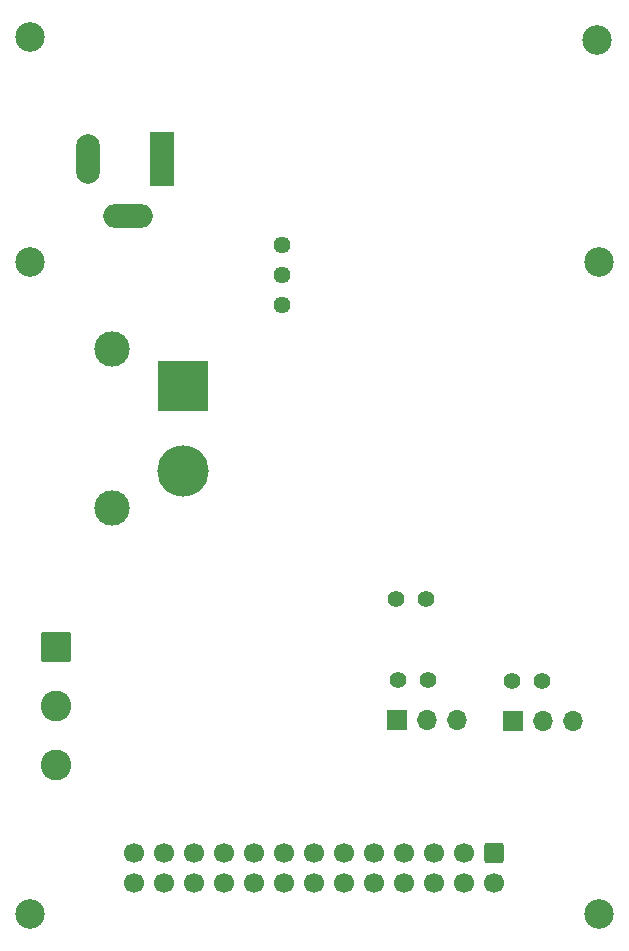
<source format=gbr>
%TF.GenerationSoftware,KiCad,Pcbnew,9.0.0*%
%TF.CreationDate,2025-03-07T07:16:51+07:00*%
%TF.ProjectId,Driver-DRV8317,44726976-6572-42d4-9452-56383331372e,rev?*%
%TF.SameCoordinates,Original*%
%TF.FileFunction,Soldermask,Bot*%
%TF.FilePolarity,Negative*%
%FSLAX46Y46*%
G04 Gerber Fmt 4.6, Leading zero omitted, Abs format (unit mm)*
G04 Created by KiCad (PCBNEW 9.0.0) date 2025-03-07 07:16:51*
%MOMM*%
%LPD*%
G01*
G04 APERTURE LIST*
G04 Aperture macros list*
%AMRoundRect*
0 Rectangle with rounded corners*
0 $1 Rounding radius*
0 $2 $3 $4 $5 $6 $7 $8 $9 X,Y pos of 4 corners*
0 Add a 4 corners polygon primitive as box body*
4,1,4,$2,$3,$4,$5,$6,$7,$8,$9,$2,$3,0*
0 Add four circle primitives for the rounded corners*
1,1,$1+$1,$2,$3*
1,1,$1+$1,$4,$5*
1,1,$1+$1,$6,$7*
1,1,$1+$1,$8,$9*
0 Add four rect primitives between the rounded corners*
20,1,$1+$1,$2,$3,$4,$5,0*
20,1,$1+$1,$4,$5,$6,$7,0*
20,1,$1+$1,$6,$7,$8,$9,0*
20,1,$1+$1,$8,$9,$2,$3,0*%
G04 Aperture macros list end*
%ADD10R,1.700000X1.700000*%
%ADD11O,1.700000X1.700000*%
%ADD12R,4.350000X4.350000*%
%ADD13C,4.350000*%
%ADD14C,3.000000*%
%ADD15C,2.500000*%
%ADD16C,1.400000*%
%ADD17RoundRect,0.250000X-0.600000X0.600000X-0.600000X-0.600000X0.600000X-0.600000X0.600000X0.600000X0*%
%ADD18C,1.700000*%
%ADD19RoundRect,0.250000X-1.050000X1.050000X-1.050000X-1.050000X1.050000X-1.050000X1.050000X1.050000X0*%
%ADD20C,2.600000*%
%ADD21R,2.000000X4.600000*%
%ADD22O,2.000000X4.200000*%
%ADD23O,4.200000X2.000000*%
%ADD24C,1.440000*%
G04 APERTURE END LIST*
D10*
%TO.C,JP4*%
X146830000Y-117950000D03*
D11*
X149370000Y-117950000D03*
X151910000Y-117950000D03*
%TD*%
D12*
%TO.C,PS1*%
X128710000Y-89700000D03*
D13*
X128710000Y-96900000D03*
D14*
X122710000Y-86550000D03*
X122710000Y-100050000D03*
%TD*%
D15*
%TO.C,H5*%
X115710000Y-79150000D03*
%TD*%
%TO.C,H2*%
X163910000Y-134350000D03*
%TD*%
D16*
%TO.C,JP5*%
X146860000Y-114550000D03*
X149400000Y-114550000D03*
%TD*%
%TO.C,JP1*%
X156560000Y-114625000D03*
X159100000Y-114625000D03*
%TD*%
D15*
%TO.C,H6*%
X163910000Y-79150000D03*
%TD*%
%TO.C,H3*%
X163710000Y-60350000D03*
%TD*%
D10*
%TO.C,JP2*%
X156610000Y-118025000D03*
D11*
X159150000Y-118025000D03*
X161690000Y-118025000D03*
%TD*%
D15*
%TO.C,H4*%
X115710000Y-60150000D03*
%TD*%
D17*
%TO.C,J1*%
X155030000Y-129190000D03*
D18*
X155030000Y-131730000D03*
X152490000Y-129190000D03*
X152490000Y-131730000D03*
X149950000Y-129190000D03*
X149950000Y-131730000D03*
X147410000Y-129190000D03*
X147410000Y-131730000D03*
X144870000Y-129190000D03*
X144870000Y-131730000D03*
X142330000Y-129190000D03*
X142330000Y-131730000D03*
X139790000Y-129190000D03*
X139790000Y-131730000D03*
X137250000Y-129190000D03*
X137250000Y-131730000D03*
X134710000Y-129190000D03*
X134710000Y-131730000D03*
X132170000Y-129190000D03*
X132170000Y-131730000D03*
X129630000Y-129190000D03*
X129630000Y-131730000D03*
X127090000Y-129190000D03*
X127090000Y-131730000D03*
X124550000Y-129190000D03*
X124550000Y-131730000D03*
%TD*%
D16*
%TO.C,JP3*%
X146720000Y-107750000D03*
X149260000Y-107750000D03*
%TD*%
D15*
%TO.C,H1*%
X115710000Y-134350000D03*
%TD*%
D19*
%TO.C,J6*%
X117900000Y-111750000D03*
D20*
X117900000Y-116750000D03*
X117900000Y-121750000D03*
%TD*%
D21*
%TO.C,J5*%
X126910000Y-70450000D03*
D22*
X120610000Y-70450000D03*
D23*
X124010000Y-75250000D03*
%TD*%
D24*
%TO.C,RV1*%
X137110000Y-82830000D03*
X137110000Y-80290000D03*
X137110000Y-77750000D03*
%TD*%
M02*

</source>
